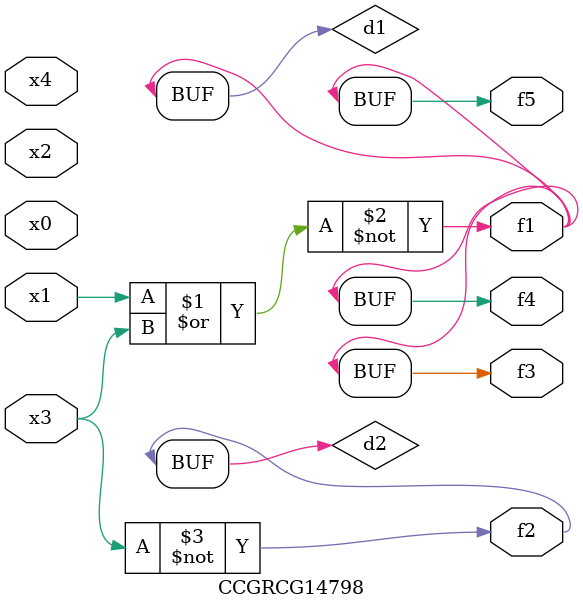
<source format=v>
module CCGRCG14798(
	input x0, x1, x2, x3, x4,
	output f1, f2, f3, f4, f5
);

	wire d1, d2;

	nor (d1, x1, x3);
	not (d2, x3);
	assign f1 = d1;
	assign f2 = d2;
	assign f3 = d1;
	assign f4 = d1;
	assign f5 = d1;
endmodule

</source>
